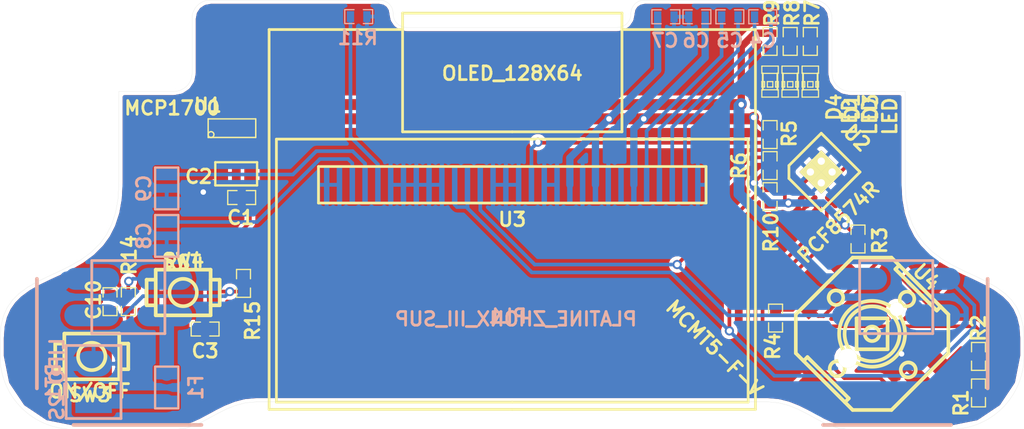
<source format=kicad_pcb>
(kicad_pcb (version 3) (host pcbnew "(2013-07-07 BZR 4022)-stable")
  (layers (15 F.Cu signal hide) (0 B.Cu signal hide))
  (net 0 "")
  (net 1 +3.3V)
  (net 2 +5V)
  (net 3 +BATT)
  (net 4 3D_A)
  (net 5 3D_B)
  (net 6 3D_C)
  (net 7 3D_D)
  (net 8 GND)
  (net 9 I2C_CLK)
  (net 10 I2C_SDA)
  (net 11 N-000001)
  (net 12 N-0000012)
  (net 13 N-0000016)
  (net 14 N-0000017)
  (net 15 N-0000018)
  (net 16 N-0000020)
  (net 17 N-0000021)
  (net 18 N-0000022)
  (net 19 N-0000023)
  (net 20 N-0000024)
  (net 21 N-0000025)
  (net 22 N-0000026)
  (net 23 N-000003)
  (net 24 N-0000033)
  (net 25 N-000004)
  (net 26 NSRST)
  (net 27 OLED_RST)
  (net 28 ON/OFF)
  (module QFN16_Termal_Pad (layer F.Cu) (at 161.9 149.4 45)
    (fp_text reference U2)
    (fp_text value PCF8574R)
    (pad 1 smd oval (at -1.55 -0.75 45) (size 0.9 0.3) (layers F.Cu Dessus.Pate Dessus.Masque) (net 1 +3.3V))
    (pad 2 smd oval (at -1.55 -0.25 45) (size 0.9 0.3) (layers F.Cu Dessus.Pate Dessus.Masque) (net 8 GND))
    (pad 3 smd oval (at -1.55 0.25 45) (size 0.9 0.3) (layers F.Cu Dessus.Pate Dessus.Masque) (net 8 GND))
    (pad 4 smd oval (at -1.55 0.75 45) (size 0.9 0.3) (layers F.Cu Dessus.Pate Dessus.Masque) (net 8 GND))
    (pad 5 smd oval (at -0.75 1.55 135) (size 0.9 0.3) (layers F.Cu Dessus.Pate Dessus.Masque) (net 7 3D_D))
    (pad 6 smd oval (at -0.25 1.55 135) (size 0.9 0.3) (layers F.Cu Dessus.Pate Dessus.Masque) (net 5 3D_B))
    (pad 7 smd oval (at 0.25 1.55 135) (size 0.9 0.3) (layers F.Cu Dessus.Pate Dessus.Masque) (net 4 3D_A))
    (pad 8 smd oval (at 0.75 1.55 135) (size 0.9 0.3) (layers F.Cu Dessus.Pate Dessus.Masque) (net 6 3D_C))
    (pad 9 smd oval (at 1.55 0.75 225) (size 0.9 0.3) (layers F.Cu Dessus.Pate Dessus.Masque) (net 8 GND))
    (pad 10 smd oval (at 1.55 0.25 225) (size 0.9 0.3) (layers F.Cu Dessus.Pate Dessus.Masque) (net 11 N-000001))
    (pad 11 smd oval (at 1.55 -0.25 225) (size 0.9 0.3) (layers F.Cu Dessus.Pate Dessus.Masque) (net 23 N-000003))
    (pad 12 smd oval (at 1.55 -0.75 225) (size 0.9 0.3) (layers F.Cu Dessus.Pate Dessus.Masque) (net 25 N-000004))
    (pad 13 smd oval (at 0.75 -1.55 315) (size 0.9 0.3) (layers F.Cu Dessus.Pate Dessus.Masque) (net 27 OLED_RST))
    (pad 14 smd oval (at 0.25 -1.55 315) (size 0.9 0.3) (layers F.Cu Dessus.Pate Dessus.Masque))
    (pad 15 smd oval (at -0.25 -1.55 315) (size 0.9 0.3) (layers F.Cu Dessus.Pate Dessus.Masque) (net 9 I2C_CLK))
    (pad 16 smd oval (at -0.75 -1.55 315) (size 0.9 0.3) (layers F.Cu Dessus.Pate Dessus.Masque) (net 10 I2C_SDA))
    (pad 17 thru_hole rect (at 0.42 -0.42 315) (size 0.85 0.85) (drill 0.4) (layers *.Cu *.Mask Dessus.Pate Dessus.SilkS) (net 8 GND))
    (pad 17 thru_hole rect (at -0.42 0.42 315) (size 0.85 0.85) (drill 0.4) (layers *.Cu *.Mask Dessus.Pate Dessus.SilkS) (net 8 GND))
    (pad 17 thru_hole rect (at -0.42 -0.42 315) (size 0.85 0.85) (drill 0.4) (layers *.Cu *.Mask Dessus.Pate Dessus.SilkS) (net 8 GND))
    (pad 17 thru_hole rect (at 0.42 0.42 315) (size 0.85 0.85) (drill 0.4) (layers *.Cu *.Mask Dessus.Pate Dessus.SilkS) (net 8 GND))
  )
  (module Navigateur_MCMT5_cms (layer F.Cu) (at 164.68 158.26 315)
    (fp_text reference U4)
    (fp_text value MCMT5-F-V)
    (pad 1 smd rect (at -4.0005 -1.39954 315) (size 1.99898 1.00076) (layers F.Cu Dessus.Pate Dessus.Masque) (net 4 3D_A))
    (pad 2 smd rect (at -4.0005 0 315) (size 1.99898 1.00076) (layers F.Cu Dessus.Pate Dessus.Masque))
    (pad 3 smd rect (at -4.0005 1.39954 315) (size 1.99898 1.00076) (layers F.Cu Dessus.Pate Dessus.Masque) (net 6 3D_C))
    (pad 4 smd rect (at 4.0005 -1.39954 315) (size 1.99898 1.00076) (layers F.Cu Dessus.Pate Dessus.Masque) (net 5 3D_B))
    (pad 5 smd rect (at 4.0005 0 315) (size 1.99898 1.00076) (layers F.Cu Dessus.Pate Dessus.Masque) (net 8 GND))
    (pad 6 smd rect (at 4.0005 1.39954 315) (size 1.99898 1.00076) (layers F.Cu Dessus.Pate Dessus.Masque) (net 7 3D_D))
    (pad 5 smd rect (at 0 -4.09956 315) (size 1.99898 1.80086) (layers F.Cu Dessus.Pate Dessus.Masque) (net 8 GND))
    (pad 5 smd rect (at 0 4.09956 315) (size 1.99898 1.80086) (layers F.Cu Dessus.Pate Dessus.Masque) (net 8 GND))
    (pad "" np_thru_hole circle (at 0 -1.89992 315) (size 0.7493 0.7493) (drill 0.7493) (layers *.Cu *.Mask Dessus.SilkS))
    (pad "" np_thru_hole circle (at 0 1.89992 315) (size 1.04902 1.04902) (drill 1.04902) (layers *.Cu *.Mask Dessus.SilkS))
  )
  (module CONN_SSD1306 (layer F.Cu) (at 145 152 180)
    (fp_text reference U3)
    (fp_text value OLED_128X64)
    (pad 1 smd rect (at -10.14984 1.89924 180) (size 0.29972 1.9) (layers B.Cu Dessous.Pate Dessous.Masque) (net 8 GND))
    (pad 2 smd rect (at -9.4488 1.89924 180) (size 0.29972 1.9) (layers B.Cu Dessous.Pate Dessous.Masque) (net 21 N-0000025))
    (pad 3 smd rect (at -8.7503 1.89924 180) (size 0.29972 1.9) (layers B.Cu Dessous.Pate Dessous.Masque) (net 18 N-0000022))
    (pad 4 smd rect (at -8.04926 1.89924 180) (size 0.29972 1.9) (layers B.Cu Dessous.Pate Dessous.Masque) (net 22 N-0000026))
    (pad 5 smd rect (at -7.34822 1.89924 180) (size 0.29972 1.9) (layers B.Cu Dessous.Pate Dessous.Masque) (net 17 N-0000021))
    (pad 6 smd rect (at -6.64972 1.89924 180) (size 0.29972 1.9) (layers B.Cu Dessous.Pate Dessous.Masque) (net 1 +3.3V))
    (pad 7 smd rect (at -5.94868 1.89924 180) (size 0.29972 1.9) (layers B.Cu Dessous.Pate Dessous.Masque))
    (pad 8 smd rect (at -5.25018 1.89924 180) (size 0.29972 1.9) (layers B.Cu Dessous.Pate Dessous.Masque) (net 8 GND))
    (pad 9 smd rect (at -4.54914 1.89924 180) (size 0.29972 1.9) (layers B.Cu Dessous.Pate Dessous.Masque) (net 1 +3.3V))
    (pad 10 smd rect (at -3.8481 1.89924 180) (size 0.29972 1.9) (layers B.Cu Dessous.Pate Dessous.Masque) (net 8 GND))
    (pad 11 smd rect (at -3.1496 1.89924 180) (size 0.29972 1.9) (layers B.Cu Dessous.Pate Dessous.Masque) (net 1 +3.3V))
    (pad 12 smd rect (at -2.44856 1.89924 180) (size 0.29972 1.9) (layers B.Cu Dessous.Pate Dessous.Masque) (net 8 GND))
    (pad 13 smd rect (at -1.75006 1.89924 180) (size 0.29972 1.9) (layers B.Cu Dessous.Pate Dessous.Masque) (net 8 GND))
    (pad 14 smd rect (at -1.04902 1.89924 180) (size 0.29972 1.9) (layers B.Cu Dessous.Pate Dessous.Masque) (net 27 OLED_RST))
    (pad 15 smd rect (at -0.34798 1.89924 180) (size 0.29972 1.9) (layers B.Cu Dessous.Pate Dessous.Masque) (net 8 GND))
    (pad 16 smd rect (at 0.35052 1.89924 180) (size 0.29972 1.9) (layers B.Cu Dessous.Pate Dessous.Masque) (net 8 GND))
    (pad 17 smd rect (at 1.05156 1.89924 180) (size 0.29972 1.9) (layers B.Cu Dessous.Pate Dessous.Masque) (net 8 GND))
    (pad 18 smd rect (at 1.75006 1.89924 180) (size 0.29972 1.9) (layers B.Cu Dessous.Pate Dessous.Masque) (net 9 I2C_CLK))
    (pad 19 smd rect (at 2.4511 1.89924 180) (size 0.29972 1.9) (layers B.Cu Dessous.Pate Dessous.Masque) (net 10 I2C_SDA))
    (pad 20 smd rect (at 3.1496 1.89924 180) (size 0.29972 1.9) (layers B.Cu Dessous.Pate Dessous.Masque) (net 10 I2C_SDA))
    (pad 21 smd rect (at 3.85064 1.89924 180) (size 0.29972 1.9) (layers B.Cu Dessous.Pate Dessous.Masque) (net 8 GND))
    (pad 22 smd rect (at 4.55168 1.89924 180) (size 0.29972 1.9) (layers B.Cu Dessous.Pate Dessous.Masque) (net 8 GND))
    (pad 23 smd rect (at 5.25018 1.89924 180) (size 0.29972 1.9) (layers B.Cu Dessous.Pate Dessous.Masque) (net 8 GND))
    (pad 24 smd rect (at 5.95122 1.89924 180) (size 0.29972 1.9) (layers B.Cu Dessous.Pate Dessous.Masque) (net 8 GND))
    (pad 25 smd rect (at 6.64972 1.89924 180) (size 0.29972 1.9) (layers B.Cu Dessous.Pate Dessous.Masque) (net 8 GND))
    (pad 26 smd rect (at 7.35076 1.89924 180) (size 0.29972 1.9) (layers B.Cu Dessous.Pate Dessous.Masque) (net 16 N-0000020))
    (pad 27 smd rect (at 8.0518 1.89924 180) (size 0.29972 1.9) (layers B.Cu Dessous.Pate Dessous.Masque) (net 19 N-0000023))
    (pad 28 smd rect (at 8.7503 1.89924 180) (size 0.29972 1.9) (layers B.Cu Dessous.Pate Dessous.Masque) (net 20 N-0000024))
    (pad 29 smd rect (at 9.45134 1.89924 180) (size 0.29972 1.9) (layers B.Cu Dessous.Pate Dessous.Masque) (net 8 GND))
    (pad 30 smd rect (at 10.14984 1.89924 180) (size 0.29972 1.9) (layers B.Cu Dessous.Pate Dessous.Masque) (net 8 GND))
  )
  (module Platine_Zhonx_III_CMS (layer B.Cu) (at 145 157.25 180)
    (fp_text reference PL1)
    (fp_text value PLATINE_ZHONX_III_SUP)
    (pad 1 smd oval (at 23 2) (size 3 1.2) (layers B.Cu Dessous.Pate Dessous.Masque) (net 8 GND))
    (pad 3 smd oval (at 23 0) (size 3 1.2) (layers B.Cu Dessous.Pate Dessous.Masque) (net 26 NSRST))
    (pad 4 smd oval (at 19 0) (size 3 1.2) (layers B.Cu Dessous.Pate Dessous.Masque) (net 3 +BATT))
    (pad 2 smd oval (at 19 2) (size 3 1.2) (layers B.Cu Dessous.Pate Dessous.Masque) (net 28 ON/OFF))
    (pad 5 smd oval (at -19 2) (size 3 1.2) (layers B.Cu Dessous.Pate Dessous.Masque) (net 2 +5V))
    (pad 7 smd oval (at -19 0) (size 3 1.2) (layers B.Cu Dessous.Pate Dessous.Masque) (net 9 I2C_CLK))
    (pad 8 smd oval (at -23 0) (size 3 1.2) (layers B.Cu Dessous.Pate Dessous.Masque) (net 8 GND))
    (pad 6 smd oval (at -23 2) (size 3 1.2) (layers B.Cu Dessous.Pate Dessous.Masque) (net 10 I2C_SDA))
  )
  (module sw_B3U (layer F.Cu) (at 127 156)
    (fp_text reference SW4)
    (fp_text value RST)
    (pad 1 smd rect (at -1.69926 0) (size 0.8001 1.69926) (layers F.Cu Dessus.Pate Dessus.Masque) (net 8 GND))
    (pad 2 smd rect (at 1.69926 0) (size 0.8001 1.69926) (layers F.Cu Dessus.Pate Dessus.Masque) (net 26 NSRST))
  )
  (module sw_B3U (layer F.Cu) (at 122 159.5)
    (fp_text reference SW3)
    (fp_text value ON/OFF)
    (pad 1 smd rect (at -1.69926 0) (size 0.8001 1.69926) (layers F.Cu Dessus.Pate Dessus.Masque) (net 8 GND))
    (pad 2 smd rect (at 1.69926 0) (size 0.8001 1.69926) (layers F.Cu Dessus.Pate Dessus.Masque) (net 24 N-0000033))
  )
  (module SOT23 (layer F.Cu) (at 129.7 147)
    (fp_text reference U1)
    (fp_text value MCP1700)
    (pad 3 smd rect (at 0 -1.09982) (size 0.8001 1.00076) (layers F.Cu Dessus.Pate Dessus.Masque) (net 2 +5V))
    (pad 2 smd rect (at 0.9525 1.09982) (size 0.8001 1.00076) (layers F.Cu Dessus.Pate Dessus.Masque) (net 1 +3.3V))
    (pad 1 smd rect (at -0.9525 1.09982) (size 0.8001 1.00076) (layers F.Cu Dessus.Pate Dessus.Masque) (net 8 GND))
  )
  (module LED-0603 (layer F.Cu) (at 161.3 144.45 270)
    (fp_text reference D3)
    (fp_text value LED)
    (pad 1 smd rect (at -0.7493 0 270) (size 0.79756 0.79756) (layers F.Cu Dessus.Pate Dessus.Masque) (net 14 N-0000017))
    (pad 2 smd rect (at 0.7493 0 270) (size 0.79756 0.79756) (layers F.Cu Dessus.Pate Dessus.Masque) (net 11 N-000001))
  )
  (module LED-0603 (layer F.Cu) (at 160.2 144.45 270)
    (fp_text reference D1)
    (fp_text value LED)
    (pad 1 smd rect (at -0.7493 0 270) (size 0.79756 0.79756) (layers F.Cu Dessus.Pate Dessus.Masque) (net 15 N-0000018))
    (pad 2 smd rect (at 0.7493 0 270) (size 0.79756 0.79756) (layers F.Cu Dessus.Pate Dessus.Masque) (net 23 N-000003))
  )
  (module LED-0603 (layer F.Cu) (at 159.1 144.45 270)
    (fp_text reference D4)
    (fp_text value LED)
    (pad 1 smd rect (at -0.7493 0 270) (size 0.79756 0.79756) (layers F.Cu Dessus.Pate Dessus.Masque) (net 13 N-0000016))
    (pad 2 smd rect (at 0.7493 0 270) (size 0.79756 0.79756) (layers F.Cu Dessus.Pate Dessus.Masque) (net 25 N-000004))
  )
  (module Lipo_Pads (layer B.Cu) (at 122.1 160.9 90)
    (fp_text reference BT1)
    (fp_text value LIPO_2S)
    (pad 1 smd rect (at -1 0 90) (size 1.4 2) (layers B.Cu Dessous.Pate Dessous.Masque) (net 12 N-0000012))
    (pad 2 smd oval (at 1 0 90) (size 1.4 2) (layers B.Cu Dessous.Pate Dessous.Masque) (net 8 GND))
  )
  (module SM0402_ZHONX (layer F.Cu) (at 159.1 149.05 90)
    (fp_text reference R6)
    (fp_text value NC hide)
    (pad 1 smd rect (at -0.44958 0 90) (size 0.39878 0.59944) (layers F.Cu Dessus.Pate Dessus.Masque) (net 1 +3.3V))
    (pad 2 smd rect (at 0.44958 0 90) (size 0.39878 0.59944) (layers F.Cu Dessus.Pate Dessus.Masque) (net 9 I2C_CLK))
  )
  (module SM0603_ZHONX (layer B.Cu) (at 126.1 161.2 90)
    (fp_text reference F1)
    (fp_text value FUSE hide)
    (pad 1 smd rect (at -0.762 0 90) (size 0.635 1.143) (layers B.Cu Dessous.Pate Dessous.Masque) (net 12 N-0000012))
    (pad 2 smd rect (at 0.762 0 90) (size 0.635 1.143) (layers B.Cu Dessous.Pate Dessous.Masque) (net 3 +BATT))
  )
  (module SM0603_ZHONX (layer B.Cu) (at 126.1 150.3 270)
    (fp_text reference C9)
    (fp_text value 4,7uF hide)
    (pad 1 smd rect (at -0.762 0 270) (size 0.635 1.143) (layers B.Cu Dessous.Pate Dessous.Masque) (net 19 N-0000023))
    (pad 2 smd rect (at 0.762 0 270) (size 0.635 1.143) (layers B.Cu Dessous.Pate Dessous.Masque) (net 8 GND))
  )
  (module SM0402_ZHONX (layer F.Cu) (at 128.2 158)
    (fp_text reference C3)
    (fp_text value 0,1uF hide)
    (pad 1 smd rect (at -0.44958 0) (size 0.39878 0.59944) (layers F.Cu Dessus.Pate Dessus.Masque) (net 8 GND))
    (pad 2 smd rect (at 0.44958 0) (size 0.39878 0.59944) (layers F.Cu Dessus.Pate Dessus.Masque) (net 26 NSRST))
  )
  (module SM0603_ZHONX (layer B.Cu) (at 126.1 152.9 270)
    (fp_text reference C8)
    (fp_text value 4,7uF hide)
    (pad 1 smd rect (at -0.762 0 270) (size 0.635 1.143) (layers B.Cu Dessous.Pate Dessous.Masque) (net 20 N-0000024))
    (pad 2 smd rect (at 0.762 0 270) (size 0.635 1.143) (layers B.Cu Dessous.Pate Dessous.Masque) (net 8 GND))
  )
  (module SM0402_ZHONX (layer B.Cu) (at 158.7 140.9 180)
    (fp_text reference C4)
    (fp_text value 1uF hide)
    (pad 1 smd rect (at -0.44958 0 180) (size 0.39878 0.59944) (layers B.Cu Dessous.Pate Dessous.Masque) (net 21 N-0000025))
    (pad 2 smd rect (at 0.44958 0 180) (size 0.39878 0.59944) (layers B.Cu Dessous.Pate Dessous.Masque) (net 18 N-0000022))
  )
  (module SM0402_ZHONX (layer B.Cu) (at 156.9 140.9 180)
    (fp_text reference C5)
    (fp_text value 1uF hide)
    (pad 1 smd rect (at -0.44958 0 180) (size 0.39878 0.59944) (layers B.Cu Dessous.Pate Dessous.Masque) (net 22 N-0000026))
    (pad 2 smd rect (at 0.44958 0 180) (size 0.39878 0.59944) (layers B.Cu Dessous.Pate Dessous.Masque) (net 17 N-0000021))
  )
  (module SM0402_ZHONX (layer B.Cu) (at 153.4 140.9 180)
    (fp_text reference C7)
    (fp_text value 1uF hide)
    (pad 1 smd rect (at -0.44958 0 180) (size 0.39878 0.59944) (layers B.Cu Dessous.Pate Dessous.Masque) (net 8 GND))
    (pad 2 smd rect (at 0.44958 0 180) (size 0.39878 0.59944) (layers B.Cu Dessous.Pate Dessous.Masque) (net 1 +3.3V))
  )
  (module SM0402_ZHONX (layer B.Cu) (at 155.1 140.9 180)
    (fp_text reference C6)
    (fp_text value 1uF hide)
    (pad 1 smd rect (at -0.44958 0 180) (size 0.39878 0.59944) (layers B.Cu Dessous.Pate Dessous.Masque) (net 1 +3.3V))
    (pad 2 smd rect (at 0.44958 0 180) (size 0.39878 0.59944) (layers B.Cu Dessous.Pate Dessous.Masque) (net 8 GND))
  )
  (module SM0402_ZHONX (layer F.Cu) (at 123 156.5 90)
    (fp_text reference C10)
    (fp_text value 0,1uF hide)
    (pad 1 smd rect (at -0.44958 0 90) (size 0.39878 0.59944) (layers F.Cu Dessus.Pate Dessus.Masque) (net 8 GND))
    (pad 2 smd rect (at 0.44958 0 90) (size 0.39878 0.59944) (layers F.Cu Dessus.Pate Dessus.Masque) (net 28 ON/OFF))
  )
  (module SM0402_ZHONX (layer F.Cu) (at 130.2 150.8 180)
    (fp_text reference C1)
    (fp_text value 0,1uF hide)
    (pad 1 smd rect (at -0.44958 0 180) (size 0.39878 0.59944) (layers F.Cu Dessus.Pate Dessus.Masque) (net 1 +3.3V))
    (pad 2 smd rect (at 0.44958 0 180) (size 0.39878 0.59944) (layers F.Cu Dessus.Pate Dessus.Masque) (net 8 GND))
  )
  (module SM0603_ZHONX (layer F.Cu) (at 129.9 149.5 180)
    (fp_text reference C2)
    (fp_text value 10uF hide)
    (pad 1 smd rect (at -0.762 0 180) (size 0.635 1.143) (layers F.Cu Dessus.Pate Dessus.Masque) (net 1 +3.3V))
    (pad 2 smd rect (at 0.762 0 180) (size 0.635 1.143) (layers F.Cu Dessus.Pate Dessus.Masque) (net 8 GND))
  )
  (module SM0402_ZHONX (layer F.Cu) (at 159.1 147.35 270)
    (fp_text reference R5)
    (fp_text value 47K hide)
    (pad 1 smd rect (at -0.44958 0 270) (size 0.39878 0.59944) (layers F.Cu Dessus.Pate Dessus.Masque) (net 1 +3.3V))
    (pad 2 smd rect (at 0.44958 0 270) (size 0.39878 0.59944) (layers F.Cu Dessus.Pate Dessus.Masque) (net 27 OLED_RST))
  )
  (module SM0402_ZHONX (layer F.Cu) (at 170.5 159.5 90)
    (fp_text reference R2)
    (fp_text value 47K hide)
    (pad 1 smd rect (at -0.44958 0 90) (size 0.39878 0.59944) (layers F.Cu Dessus.Pate Dessus.Masque) (net 1 +3.3V))
    (pad 2 smd rect (at 0.44958 0 90) (size 0.39878 0.59944) (layers F.Cu Dessus.Pate Dessus.Masque) (net 5 3D_B))
  )
  (module SM0402_ZHONX (layer F.Cu) (at 163.91 153.07 270)
    (fp_text reference R3)
    (fp_text value 47K hide)
    (pad 1 smd rect (at -0.44958 0 270) (size 0.39878 0.59944) (layers F.Cu Dessus.Pate Dessus.Masque) (net 1 +3.3V))
    (pad 2 smd rect (at 0.44958 0 270) (size 0.39878 0.59944) (layers F.Cu Dessus.Pate Dessus.Masque) (net 4 3D_A))
  )
  (module SM0402_ZHONX (layer F.Cu) (at 130.3 155.5 270)
    (fp_text reference R15)
    (fp_text value 100K hide)
    (pad 1 smd rect (at -0.44958 0 270) (size 0.39878 0.59944) (layers F.Cu Dessus.Pate Dessus.Masque) (net 1 +3.3V))
    (pad 2 smd rect (at 0.44958 0 270) (size 0.39878 0.59944) (layers F.Cu Dessus.Pate Dessus.Masque) (net 26 NSRST))
  )
  (module SM0402_ZHONX (layer F.Cu) (at 159.4 157.4 90)
    (fp_text reference R4)
    (fp_text value 47K hide)
    (pad 1 smd rect (at -0.44958 0 90) (size 0.39878 0.59944) (layers F.Cu Dessus.Pate Dessus.Masque) (net 1 +3.3V))
    (pad 2 smd rect (at 0.44958 0 90) (size 0.39878 0.59944) (layers F.Cu Dessus.Pate Dessus.Masque) (net 6 3D_C))
  )
  (module SM0402_ZHONX (layer F.Cu) (at 159.1 150.75 90)
    (fp_text reference R10)
    (fp_text value NC hide)
    (pad 1 smd rect (at -0.44958 0 90) (size 0.39878 0.59944) (layers F.Cu Dessus.Pate Dessus.Masque) (net 1 +3.3V))
    (pad 2 smd rect (at 0.44958 0 90) (size 0.39878 0.59944) (layers F.Cu Dessus.Pate Dessus.Masque) (net 10 I2C_SDA))
  )
  (module SM0402_ZHONX (layer F.Cu) (at 159.1 142.25 90)
    (fp_text reference R9)
    (fp_text value 820 hide)
    (pad 1 smd rect (at -0.44958 0 90) (size 0.39878 0.59944) (layers F.Cu Dessus.Pate Dessus.Masque) (net 13 N-0000016))
    (pad 2 smd rect (at 0.44958 0 90) (size 0.39878 0.59944) (layers F.Cu Dessus.Pate Dessus.Masque) (net 2 +5V))
  )
  (module SM0402_ZHONX (layer F.Cu) (at 160.2 142.25 90)
    (fp_text reference R8)
    (fp_text value 820 hide)
    (pad 1 smd rect (at -0.44958 0 90) (size 0.39878 0.59944) (layers F.Cu Dessus.Pate Dessus.Masque) (net 15 N-0000018))
    (pad 2 smd rect (at 0.44958 0 90) (size 0.39878 0.59944) (layers F.Cu Dessus.Pate Dessus.Masque) (net 2 +5V))
  )
  (module SM0402_ZHONX (layer F.Cu) (at 161.3 142.25 90)
    (fp_text reference R7)
    (fp_text value 820 hide)
    (pad 1 smd rect (at -0.44958 0 90) (size 0.39878 0.59944) (layers F.Cu Dessus.Pate Dessus.Masque) (net 14 N-0000017))
    (pad 2 smd rect (at 0.44958 0 90) (size 0.39878 0.59944) (layers F.Cu Dessus.Pate Dessus.Masque) (net 2 +5V))
  )
  (module SM0402_ZHONX (layer F.Cu) (at 124 156.5 90)
    (fp_text reference R14)
    (fp_text value 5,1K hide)
    (pad 1 smd rect (at -0.44958 0 90) (size 0.39878 0.59944) (layers F.Cu Dessus.Pate Dessus.Masque) (net 24 N-0000033))
    (pad 2 smd rect (at 0.44958 0 90) (size 0.39878 0.59944) (layers F.Cu Dessus.Pate Dessus.Masque) (net 28 ON/OFF))
  )
  (module SM0402_ZHONX (layer B.Cu) (at 136.6 140.89)
    (fp_text reference R11)
    (fp_text value 390K hide)
    (pad 1 smd rect (at -0.44958 0) (size 0.39878 0.59944) (layers B.Cu Dessous.Pate Dessous.Masque) (net 16 N-0000020))
    (pad 2 smd rect (at 0.44958 0) (size 0.39878 0.59944) (layers B.Cu Dessous.Pate Dessous.Masque) (net 8 GND))
  )
  (module SM0402_ZHONX (layer F.Cu) (at 170.5 161.5 270)
    (fp_text reference R1)
    (fp_text value 47K hide)
    (pad 1 smd rect (at -0.44958 0 270) (size 0.39878 0.59944) (layers F.Cu Dessus.Pate Dessus.Masque) (net 1 +3.3V))
    (pad 2 smd rect (at 0.44958 0 270) (size 0.39878 0.59944) (layers F.Cu Dessus.Pate Dessus.Masque) (net 7 3D_D))
  )
  (segment (start 163.91 152.62042) (end 163.52042 152.62042) (width 0.2) (layer F.Cu) (net 1))
  (segment (start 163.52042 152.62042) (end 163.2 152.3) (width 0.2) (layer F.Cu) (net 1))
  (segment (start 158.69 157.65) (end 158.69 156.68) (width 0.2) (layer F.Cu) (net 1))
  (segment (start 163.07 152.3) (end 163.2 152.3) (width 0.2) (layer F.Cu) (net 1))
  (segment (start 158.69 156.68) (end 163.07 152.3) (width 0.2) (layer F.Cu) (net 1))
  (segment (start 170.5 161.05042) (end 170.5 159.94958) (width 0.2) (layer F.Cu) (net 1))
  (segment (start 159.4 157.84958) (end 170.31958 157.84958) (width 0.2) (layer F.Cu) (net 1))
  (segment (start 171.01042 159.94958) (end 170.5 159.94958) (width 0.2) (layer F.Cu) (net 1))
  (segment (start 171.18 159.78) (end 171.01042 159.94958) (width 0.2) (layer F.Cu) (net 1))
  (segment (start 171.18 158.71) (end 171.18 159.78) (width 0.2) (layer F.Cu) (net 1))
  (segment (start 170.31958 157.84958) (end 171.18 158.71) (width 0.2) (layer F.Cu) (net 1))
  (segment (start 159.1 146.90042) (end 158.69042 146.90042) (width 0.2) (layer F.Cu) (net 1))
  (segment (start 158.69042 146.90042) (end 158.2 146.41) (width 0.2) (layer F.Cu) (net 1))
  (segment (start 158.2 150) (end 158.70042 149.49958) (width 0.2) (layer F.Cu) (net 1))
  (via (at 158.2 150) (size 0.5) (layers F.Cu B.Cu) (net 1))
  (segment (start 158.70042 149.49958) (end 159.1 149.49958) (width 0.2) (layer F.Cu) (net 1))
  (segment (start 159.1 151.19958) (end 159.64042 151.19958) (width 0.2) (layer F.Cu) (net 1))
  (segment (start 159.64042 151.19958) (end 159.92 150.92) (width 0.2) (layer F.Cu) (net 1))
  (segment (start 160.1 151.1) (end 159.92 150.92) (width 0.2) (layer F.Cu) (net 1))
  (segment (start 159.92 150.92) (end 159.91 150.91) (width 0.2) (layer F.Cu) (net 1))
  (segment (start 159.91 150.329339) (end 160.273654 149.965685) (width 0.2) (layer F.Cu) (net 1))
  (segment (start 159.91 150.91) (end 159.91 150.329339) (width 0.2) (layer F.Cu) (net 1))
  (segment (start 160.55 151.15) (end 160.6 151.1) (width 0.2) (layer B.Cu) (net 1))
  (segment (start 160.1 151.1) (end 160.55 151.15) (width 0.2) (layer B.Cu) (net 1))
  (via (at 160.1 151.1) (size 0.5) (layers F.Cu B.Cu) (net 1))
  (segment (start 148.1496 150.10076) (end 148.1496 148.6304) (width 0.4) (layer B.Cu) (net 1))
  (segment (start 148.1496 148.6304) (end 150.29 146.49) (width 0.4) (layer B.Cu) (net 1))
  (segment (start 149.54914 150.10076) (end 149.54914 147.23086) (width 0.4) (layer B.Cu) (net 1))
  (segment (start 151.64972 150.10076) (end 151.64972 147.03028) (width 0.4) (layer B.Cu) (net 1))
  (segment (start 151.64972 147.03028) (end 152.19 146.49) (width 0.4) (layer B.Cu) (net 1))
  (segment (start 149.54914 147.23086) (end 150.29 146.49) (width 0.4) (layer B.Cu) (net 1))
  (segment (start 158.69 157.65) (end 158.88958 157.84958) (width 0.2) (layer F.Cu) (net 1))
  (segment (start 158.88958 157.84958) (end 159.4 157.84958) (width 0.2) (layer F.Cu) (net 1))
  (segment (start 158.2 150) (end 158.2 146.41) (width 0.4) (layer B.Cu) (net 1))
  (via (at 158.2 146.41) (size 0.5) (layers F.Cu B.Cu) (net 1))
  (segment (start 130.3 155.05042) (end 130.3 152.51) (width 0.2) (layer F.Cu) (net 1))
  (segment (start 130.64958 152.16042) (end 130.64958 150.8) (width 0.2) (layer F.Cu) (net 1))
  (segment (start 130.3 152.51) (end 130.64958 152.16042) (width 0.2) (layer F.Cu) (net 1))
  (segment (start 152.19 146.49) (end 155.54958 143.13042) (width 0.4) (layer B.Cu) (net 1))
  (segment (start 155.54958 143.13042) (end 155.54958 140.9) (width 0.4) (layer B.Cu) (net 1))
  (via (at 152.19 146.49) (size 0.5) (layers F.Cu B.Cu) (net 1))
  (segment (start 152.19 146.49) (end 158.12 146.49) (width 0.6) (layer F.Cu) (net 1))
  (segment (start 158.12 146.49) (end 158.2 146.41) (width 0.6) (layer F.Cu) (net 1))
  (segment (start 150.29 146.49) (end 152.19 146.49) (width 0.6) (layer F.Cu) (net 1))
  (segment (start 150.29 146.49) (end 152.95042 143.82958) (width 0.4) (layer B.Cu) (net 1))
  (segment (start 152.95042 143.82958) (end 152.95042 140.9) (width 0.4) (layer B.Cu) (net 1))
  (segment (start 133.03018 148.09982) (end 134.64 146.49) (width 0.6) (layer F.Cu) (net 1))
  (segment (start 133.03018 148.09982) (end 130.6525 148.09982) (width 0.6) (layer F.Cu) (net 1))
  (segment (start 134.64 146.49) (end 150.29 146.49) (width 0.6) (layer F.Cu) (net 1))
  (via (at 150.29 146.49) (size 0.5) (layers F.Cu B.Cu) (net 1))
  (segment (start 152.95042 140.9) (end 152.95042 143.81958) (width 0.2) (layer B.Cu) (net 1))
  (segment (start 149.54914 147.22086) (end 152.95042 143.81958) (width 0.2) (layer B.Cu) (net 1))
  (segment (start 130.662 149.5) (end 130.662 148.10932) (width 0.6) (layer F.Cu) (net 1))
  (segment (start 130.662 148.10932) (end 130.6525 148.09982) (width 0.6) (layer F.Cu) (net 1))
  (segment (start 130.64958 150.8) (end 130.64958 149.51242) (width 0.6) (layer F.Cu) (net 1))
  (segment (start 130.64958 149.51242) (end 130.662 149.5) (width 0.6) (layer F.Cu) (net 1))
  (via (at 163.2 152.3) (size 0.5) (layers F.Cu B.Cu) (net 1))
  (segment (start 162 151.1) (end 160.6 151.1) (width 0.4) (layer B.Cu) (net 1))
  (segment (start 163.2 152.3) (end 162 151.1) (width 0.4) (layer B.Cu) (net 1))
  (segment (start 160.6 151.1) (end 159.8 151.1) (width 0.4) (layer B.Cu) (net 1))
  (segment (start 159.8 151.1) (end 159.1 151.1) (width 0.4) (layer B.Cu) (net 1))
  (segment (start 158.2 150.2) (end 158.2 150) (width 0.4) (layer B.Cu) (net 1))
  (segment (start 159.1 151.1) (end 158.2 150.2) (width 0.4) (layer B.Cu) (net 1))
  (segment (start 160.2 141.80042) (end 161.3 141.80042) (width 0.4) (layer F.Cu) (net 2))
  (segment (start 159.1 141.80042) (end 160.2 141.80042) (width 0.4) (layer F.Cu) (net 2))
  (segment (start 157.525 142.55) (end 158.27458 141.80042) (width 0.4) (layer F.Cu) (net 2))
  (segment (start 157.525 145.7083) (end 157.525 142.55) (width 0.4) (layer F.Cu) (net 2))
  (segment (start 158.27458 141.80042) (end 159.1 141.80042) (width 0.4) (layer F.Cu) (net 2))
  (segment (start 157.525 145.7083) (end 129.89188 145.7083) (width 0.6) (layer F.Cu) (net 2))
  (segment (start 129.89188 145.7083) (end 129.7 145.90018) (width 0.6) (layer F.Cu) (net 2))
  (segment (start 164 155.25) (end 162.05 155.25) (width 0.6) (layer B.Cu) (net 2))
  (segment (start 157.4 145.775002) (end 157.525 145.650002) (width 0.6) (layer B.Cu) (net 2))
  (segment (start 157.4 150.6) (end 157.4 145.775002) (width 0.6) (layer B.Cu) (net 2))
  (segment (start 162.05 155.25) (end 157.4 150.6) (width 0.6) (layer B.Cu) (net 2))
  (segment (start 157.525 145.650002) (end 157.525 145.7083) (width 0.4) (layer B.Cu) (net 2))
  (segment (start 129.89188 145.7083) (end 129.7 145.90018) (width 0.2) (layer F.Cu) (net 2))
  (via (at 157.525 145.7083) (size 0.5) (layers F.Cu B.Cu) (net 2))
  (segment (start 126.1 160.438) (end 126.1 157.35) (width 0.8) (layer B.Cu) (net 3))
  (segment (start 126.1 157.35) (end 126 157.25) (width 0.8) (layer B.Cu) (net 3))
  (segment (start 162.840844 154.441595) (end 162.840844 153.989156) (width 0.2) (layer F.Cu) (net 4))
  (segment (start 163.31042 153.51958) (end 163.91 153.51958) (width 0.2) (layer F.Cu) (net 4))
  (segment (start 162.840844 153.989156) (end 163.31042 153.51958) (width 0.2) (layer F.Cu) (net 4))
  (segment (start 163.172792 150.319239) (end 164.54 151.686447) (width 0.2) (layer F.Cu) (net 4))
  (segment (start 164.39042 153.51958) (end 163.91 153.51958) (width 0.2) (layer F.Cu) (net 4))
  (segment (start 164.54 153.37) (end 164.39042 153.51958) (width 0.2) (layer F.Cu) (net 4))
  (segment (start 164.54 151.686447) (end 164.54 153.37) (width 0.2) (layer F.Cu) (net 4))
  (segment (start 170.5 159.05042) (end 169.547141 159.05042) (width 0.2) (layer F.Cu) (net 5))
  (segment (start 169.547141 159.05042) (end 168.498405 160.099156) (width 0.2) (layer F.Cu) (net 5))
  (segment (start 168.498405 160.099156) (end 166.699249 158.3) (width 0.2) (layer F.Cu) (net 5))
  (segment (start 158.3 156.47) (end 158.3 157.8) (width 0.2) (layer F.Cu) (net 5))
  (segment (start 163.19 151.58) (end 158.3 156.47) (width 0.2) (layer F.Cu) (net 5))
  (segment (start 163.19 151.043553) (end 163.19 151.58) (width 0.2) (layer F.Cu) (net 5))
  (segment (start 158.8 158.3) (end 158.3 157.8) (width 0.2) (layer F.Cu) (net 5))
  (segment (start 163.19 151.043553) (end 162.819239 150.672792) (width 0.2) (layer F.Cu) (net 5))
  (segment (start 166.699249 158.3) (end 158.8 158.3) (width 0.2) (layer F.Cu) (net 5))
  (segment (start 160.861595 156.420844) (end 161.730751 157.29) (width 0.2) (layer F.Cu) (net 6))
  (segment (start 164.9 151.339339) (end 163.526346 149.965685) (width 0.2) (layer F.Cu) (net 6))
  (segment (start 164.9 154.42) (end 164.9 151.339339) (width 0.2) (layer F.Cu) (net 6))
  (segment (start 162.03 157.29) (end 164.9 154.42) (width 0.2) (layer F.Cu) (net 6))
  (segment (start 161.730751 157.29) (end 162.03 157.29) (width 0.2) (layer F.Cu) (net 6))
  (segment (start 159.4 156.95042) (end 160.332019 156.95042) (width 0.2) (layer F.Cu) (net 6))
  (segment (start 160.332019 156.95042) (end 160.861595 156.420844) (width 0.2) (layer F.Cu) (net 6))
  (segment (start 161.520751 156.8) (end 161.76 156.8) (width 0.2) (layer F.Cu) (net 6))
  (segment (start 166.519156 162.078405) (end 166.920751 162.48) (width 0.2) (layer F.Cu) (net 7))
  (segment (start 169.29 162.48) (end 169.82042 161.94958) (width 0.2) (layer F.Cu) (net 7))
  (segment (start 166.920751 162.48) (end 169.29 162.48) (width 0.2) (layer F.Cu) (net 7))
  (segment (start 169.82042 161.94958) (end 170.5 161.94958) (width 0.2) (layer F.Cu) (net 7))
  (segment (start 166.519156 162.078405) (end 165.130751 160.69) (width 0.2) (layer F.Cu) (net 7))
  (segment (start 163.16 160.69) (end 161.24 158.77) (width 0.2) (layer F.Cu) (net 7))
  (segment (start 165.130751 160.69) (end 163.16 160.69) (width 0.2) (layer F.Cu) (net 7))
  (segment (start 162.465685 151.026346) (end 162.2 151.292031) (width 0.2) (layer F.Cu) (net 7))
  (segment (start 158.67 158.77) (end 161.24 158.77) (width 0.2) (layer F.Cu) (net 7))
  (segment (start 157.9 158) (end 158.67 158.77) (width 0.2) (layer F.Cu) (net 7))
  (segment (start 157.9 156.25) (end 157.9 158) (width 0.2) (layer F.Cu) (net 7))
  (segment (start 162.2 151.292031) (end 162.2 151.95) (width 0.2) (layer F.Cu) (net 7))
  (segment (start 162.2 151.95) (end 157.9 156.25) (width 0.2) (layer F.Cu) (net 7))
  (segment (start 167.508781 161.088781) (end 166.2926 159.8726) (width 0.2) (layer F.Cu) (net 8))
  (segment (start 166.2926 159.8726) (end 166.2926 159.3606) (width 0.2) (layer F.Cu) (net 8))
  (segment (start 167.828781 161.128781) (end 167.828781 161.128681) (width 0.2) (layer F.Cu) (net 8))
  (segment (start 166.2926 159.3606) (end 166.8644 159.3606) (width 0.2) (layer B.Cu) (net 8))
  (segment (start 168 158.225) (end 168 157.25) (width 0.2) (layer B.Cu) (net 8))
  (segment (start 166.8644 159.3606) (end 168 158.225) (width 0.2) (layer B.Cu) (net 8))
  (via (at 166.2926 159.3606) (size 0.5) (layers F.Cu B.Cu) (net 8))
  (segment (start 166.2926 159.3606) (end 166.3451 159.4131) (width 0.2) (layer F.Cu) (net 8))
  (segment (start 162.101173 161.198827) (end 160.312346 159.41) (width 0.2) (layer F.Cu) (net 8))
  (segment (start 157.45 154.910661) (end 161.334315 151.026346) (width 0.2) (layer F.Cu) (net 8))
  (segment (start 157.45 158.31) (end 157.45 154.910661) (width 0.2) (layer F.Cu) (net 8))
  (segment (start 158.55 159.41) (end 157.45 158.31) (width 0.2) (layer F.Cu) (net 8))
  (segment (start 160.312346 159.41) (end 158.55 159.41) (width 0.2) (layer F.Cu) (net 8))
  (segment (start 167.898827 155.401173) (end 165.79 153.292346) (width 0.2) (layer F.Cu) (net 8))
  (segment (start 165.79 151.097969) (end 163.526346 148.834315) (width 0.2) (layer F.Cu) (net 8))
  (segment (start 165.79 153.292346) (end 165.79 151.097969) (width 0.2) (layer F.Cu) (net 8))
  (segment (start 137.04958 140.89) (end 137.04958 147.44958) (width 0.2) (layer B.Cu) (net 8))
  (segment (start 138.35028 148.75028) (end 138.35028 150.10076) (width 0.2) (layer B.Cu) (net 8))
  (segment (start 137.04958 147.44958) (end 138.35028 148.75028) (width 0.2) (layer B.Cu) (net 8))
  (segment (start 122 155.25) (end 122 154.27) (width 0.2) (layer B.Cu) (net 8))
  (segment (start 122.97 153.3) (end 124.7 153.3) (width 0.2) (layer B.Cu) (net 8))
  (segment (start 122 154.27) (end 122.97 153.3) (width 0.2) (layer B.Cu) (net 8))
  (segment (start 141.14936 150.10076) (end 141.14936 148.80064) (width 0.2) (layer B.Cu) (net 8))
  (segment (start 143.94844 148.81844) (end 143.94844 150.10076) (width 0.2) (layer B.Cu) (net 8))
  (segment (start 143.53 148.4) (end 143.94844 148.81844) (width 0.2) (layer B.Cu) (net 8))
  (segment (start 141.55 148.4) (end 143.53 148.4) (width 0.2) (layer B.Cu) (net 8))
  (segment (start 141.14936 148.80064) (end 141.55 148.4) (width 0.2) (layer B.Cu) (net 8))
  (segment (start 150.25018 150.10076) (end 150.25018 151.9601) (width 0.2) (layer B.Cu) (net 8))
  (segment (start 155.14984 150.10076) (end 155.14984 151.9601) (width 0.2) (layer B.Cu) (net 8))
  (segment (start 148.8481 150.10076) (end 148.8481 151.9601) (width 0.2) (layer B.Cu) (net 8))
  (segment (start 147.44856 150.10076) (end 147.44856 151.9601) (width 0.2) (layer B.Cu) (net 8))
  (segment (start 146.75006 150.10076) (end 146.75006 151.9601) (width 0.2) (layer B.Cu) (net 8))
  (segment (start 145.34798 150.10076) (end 145.34798 151.9601) (width 0.2) (layer B.Cu) (net 8))
  (segment (start 144.64948 150.10076) (end 144.64948 151.9601) (width 0.2) (layer B.Cu) (net 8))
  (segment (start 143.94844 150.10076) (end 143.94844 151.37844) (width 0.2) (layer B.Cu) (net 8))
  (segment (start 144.64948 151.9601) (end 144.5301 151.9601) (width 0.6) (layer B.Cu) (net 8))
  (segment (start 143.94844 151.37844) (end 144.5301 151.9601) (width 0.2) (layer B.Cu) (net 8))
  (segment (start 156.3 145.77782) (end 156.3 150.91) (width 0.6) (layer B.Cu) (net 8))
  (segment (start 155.2499 151.9601) (end 155.14984 151.9601) (width 0.6) (layer B.Cu) (net 8))
  (segment (start 155.14984 151.9601) (end 150.25018 151.9601) (width 0.6) (layer B.Cu) (net 8))
  (segment (start 150.25018 151.9601) (end 148.8481 151.9601) (width 0.6) (layer B.Cu) (net 8))
  (segment (start 148.8481 151.9601) (end 147.44856 151.9601) (width 0.6) (layer B.Cu) (net 8))
  (segment (start 147.44856 151.9601) (end 146.75006 151.9601) (width 0.6) (layer B.Cu) (net 8))
  (segment (start 146.75006 151.9601) (end 145.34798 151.9601) (width 0.6) (layer B.Cu) (net 8))
  (segment (start 145.34798 151.9601) (end 144.64948 151.9601) (width 0.6) (layer B.Cu) (net 8))
  (segment (start 156.3 150.91) (end 155.2499 151.9601) (width 0.6) (layer B.Cu) (net 8))
  (segment (start 150.25018 150.10076) (end 150.25018 147.64982) (width 0.2) (layer B.Cu) (net 8))
  (segment (start 150.25018 147.64982) (end 153.84958 144.05042) (width 0.2) (layer B.Cu) (net 8))
  (segment (start 153.84958 144.05042) (end 153.84958 140.9) (width 0.2) (layer B.Cu) (net 8))
  (segment (start 141.14936 150.10076) (end 141.14936 151.9601) (width 0.2) (layer B.Cu) (net 8))
  (segment (start 140.44832 151.9601) (end 141.14936 151.9601) (width 0.6) (layer B.Cu) (net 8))
  (segment (start 140.44832 150.10076) (end 140.44832 151.9601) (width 0.2) (layer B.Cu) (net 8))
  (segment (start 139.74982 150.10076) (end 139.74982 151.9601) (width 0.2) (layer B.Cu) (net 8))
  (segment (start 139.04878 150.10076) (end 139.04878 151.9601) (width 0.2) (layer B.Cu) (net 8))
  (segment (start 138.35028 150.10076) (end 138.35028 151.9601) (width 0.2) (layer B.Cu) (net 8))
  (segment (start 135.54866 150.10076) (end 135.54866 151.9601) (width 0.2) (layer B.Cu) (net 8))
  (segment (start 134.85016 150.10076) (end 134.85016 151.9601) (width 0.2) (layer B.Cu) (net 8))
  (segment (start 133.2401 151.9601) (end 134.85016 151.9601) (width 0.6) (layer B.Cu) (net 8))
  (segment (start 134.85016 151.9601) (end 135.54866 151.9601) (width 0.6) (layer B.Cu) (net 8))
  (segment (start 135.54866 151.9601) (end 138.35028 151.9601) (width 0.6) (layer B.Cu) (net 8))
  (segment (start 138.35028 151.9601) (end 139.04878 151.9601) (width 0.6) (layer B.Cu) (net 8))
  (segment (start 139.04878 151.9601) (end 139.74982 151.9601) (width 0.6) (layer B.Cu) (net 8))
  (segment (start 139.74982 151.9601) (end 140.44832 151.9601) (width 0.6) (layer B.Cu) (net 8))
  (segment (start 156.3 145.77782) (end 157.27782 144.8) (width 0.6) (layer B.Cu) (net 8))
  (segment (start 157.89397 144.8) (end 157.27782 144.8) (width 0.6) (layer B.Cu) (net 8))
  (segment (start 157.89397 144.8) (end 161.9 148.80603) (width 0.6) (layer B.Cu) (net 8))
  (segment (start 127.75042 158) (end 125.9 158) (width 0.2) (layer F.Cu) (net 8))
  (segment (start 125.30074 157.40074) (end 125.30074 156) (width 0.2) (layer F.Cu) (net 8))
  (segment (start 125.9 158) (end 125.30074 157.40074) (width 0.2) (layer F.Cu) (net 8))
  (segment (start 125.30074 156) (end 125.30074 154.70074) (width 0.2) (layer F.Cu) (net 8))
  (segment (start 125.30074 154.70074) (end 124.2 153.6) (width 0.2) (layer F.Cu) (net 8))
  (segment (start 123 156.94958) (end 122.54958 156.94958) (width 0.2) (layer F.Cu) (net 8))
  (segment (start 127.3 150.5) (end 128.1 150.5) (width 0.2) (layer F.Cu) (net 8))
  (segment (start 122.3 155.5) (end 124.2 153.6) (width 0.2) (layer F.Cu) (net 8))
  (segment (start 124.2 153.6) (end 127.3 150.5) (width 0.2) (layer F.Cu) (net 8))
  (segment (start 122.3 156.7) (end 122.3 155.5) (width 0.2) (layer F.Cu) (net 8))
  (segment (start 122.54958 156.94958) (end 122.3 156.7) (width 0.2) (layer F.Cu) (net 8))
  (segment (start 123 156.94958) (end 123 157.9) (width 0.2) (layer F.Cu) (net 8))
  (segment (start 121.4 159.5) (end 120.30074 159.5) (width 0.2) (layer F.Cu) (net 8))
  (segment (start 123 157.9) (end 121.4 159.5) (width 0.2) (layer F.Cu) (net 8))
  (segment (start 162.49397 149.4) (end 166 152.90603) (width 0.6) (layer B.Cu) (net 8))
  (segment (start 166 152.90603) (end 166 155.5) (width 0.6) (layer B.Cu) (net 8))
  (segment (start 133.2401 151.9601) (end 131.5382 153.662) (width 0.6) (layer B.Cu) (net 8))
  (segment (start 131.5382 153.662) (end 126.1 153.662) (width 0.6) (layer B.Cu) (net 8))
  (segment (start 126.1 153.662) (end 125.062 153.662) (width 0.6) (layer B.Cu) (net 8))
  (segment (start 125.062 153.662) (end 124.7 153.3) (width 0.6) (layer B.Cu) (net 8))
  (segment (start 124.7 153.3) (end 124.7 151.562) (width 0.6) (layer B.Cu) (net 8))
  (segment (start 125.2 151.062) (end 126.1 151.062) (width 0.6) (layer B.Cu) (net 8))
  (segment (start 124.7 151.562) (end 125.2 151.062) (width 0.6) (layer B.Cu) (net 8))
  (segment (start 126.1 151.062) (end 127.538 151.062) (width 0.6) (layer B.Cu) (net 8))
  (segment (start 127.538 151.062) (end 128.1 150.5) (width 0.6) (layer B.Cu) (net 8))
  (via (at 128.1 150.5) (size 0.5) (layers F.Cu B.Cu) (net 8))
  (segment (start 128.1 150.5) (end 128.1 149.5) (width 0.6) (layer F.Cu) (net 8))
  (segment (start 129.75042 150.8) (end 128.4 150.8) (width 0.6) (layer F.Cu) (net 8))
  (segment (start 128.4 150.8) (end 128.1 150.5) (width 0.6) (layer F.Cu) (net 8))
  (segment (start 128.1 150.5) (end 128.1 149.5) (width 0.6) (layer F.Cu) (net 8))
  (segment (start 128.7475 148.09982) (end 127.80018 148.09982) (width 0.6) (layer F.Cu) (net 8))
  (segment (start 128.1 149.5) (end 129.138 149.5) (width 0.6) (layer F.Cu) (net 8))
  (segment (start 127.5 148.9) (end 128.1 149.5) (width 0.6) (layer F.Cu) (net 8))
  (segment (start 127.5 148.4) (end 127.5 148.9) (width 0.6) (layer F.Cu) (net 8))
  (segment (start 127.80018 148.09982) (end 127.5 148.4) (width 0.6) (layer F.Cu) (net 8))
  (segment (start 168 157.25) (end 167.75 157.25) (width 0.4) (layer B.Cu) (net 8))
  (segment (start 167.75 157.25) (end 166 155.5) (width 0.4) (layer B.Cu) (net 8))
  (segment (start 166 155.5) (end 166 154.09397) (width 0.4) (layer B.Cu) (net 8))
  (segment (start 122.1 159.9) (end 120.4 159.9) (width 0.8) (layer B.Cu) (net 8))
  (segment (start 120.4 159.9) (end 119.4 158.9) (width 0.8) (layer B.Cu) (net 8))
  (segment (start 119.4 158.9) (end 119.4 156.5) (width 0.8) (layer B.Cu) (net 8))
  (segment (start 119.4 156.5) (end 120.65 155.25) (width 0.8) (layer B.Cu) (net 8))
  (segment (start 120.65 155.25) (end 122 155.25) (width 0.8) (layer B.Cu) (net 8))
  (segment (start 153.84958 140.9) (end 154.65042 140.9) (width 0.2) (layer B.Cu) (net 8))
  (segment (start 161.334315 151.026346) (end 160.980761 150.672792) (width 0.2) (layer F.Cu) (net 8))
  (segment (start 160.980761 150.672792) (end 161.002208 150.672792) (width 0.2) (layer F.Cu) (net 8))
  (segment (start 161.002208 150.672792) (end 160.648655 150.319239) (width 0.2) (layer F.Cu) (net 8))
  (segment (start 160.648655 150.319239) (end 160.627208 150.319239) (width 0.2) (layer F.Cu) (net 8))
  (segment (start 161.30603 149.4) (end 161.9 149.99397) (width 0.2) (layer F.Cu) (net 8))
  (segment (start 161.9 148.80603) (end 162.49397 149.4) (width 0.2) (layer F.Cu) (net 8))
  (segment (start 161.9 149.99397) (end 162.49397 149.4) (width 0.2) (layer F.Cu) (net 8))
  (segment (start 161.30603 149.4) (end 161.9 148.80603) (width 0.2) (layer F.Cu) (net 8))
  (segment (start 160.627208 150.319239) (end 161.30603 149.640417) (width 0.2) (layer F.Cu) (net 8))
  (segment (start 161.30603 149.640417) (end 161.30603 149.4) (width 0.2) (layer F.Cu) (net 8))
  (segment (start 163.526346 148.834315) (end 162.960661 149.4) (width 0.2) (layer F.Cu) (net 8))
  (segment (start 162.960661 149.4) (end 162.49397 149.4) (width 0.2) (layer F.Cu) (net 8))
  (segment (start 154.017511 154.467511) (end 156.02 152.465022) (width 0.2) (layer F.Cu) (net 9))
  (segment (start 156.02 152.465022) (end 156.02 150.61042) (width 0.2) (layer F.Cu) (net 9))
  (via (at 154.017511 154.467511) (size 0.5) (layers F.Cu B.Cu) (net 9))
  (segment (start 159.1 148.60042) (end 158.03 148.60042) (width 0.2) (layer F.Cu) (net 9))
  (segment (start 158.03 148.60042) (end 156.02 150.61042) (width 0.2) (layer F.Cu) (net 9))
  (segment (start 160.627208 148.480761) (end 160.206447 148.06) (width 0.2) (layer F.Cu) (net 9))
  (segment (start 159.45958 148.60042) (end 159.1 148.60042) (width 0.2) (layer F.Cu) (net 9))
  (segment (start 160 148.06) (end 159.45958 148.60042) (width 0.2) (layer F.Cu) (net 9))
  (segment (start 160.206447 148.06) (end 160 148.06) (width 0.2) (layer F.Cu) (net 9))
  (segment (start 146.227511 154.467511) (end 154.017511 154.467511) (width 0.2) (layer B.Cu) (net 9))
  (segment (start 143.24994 150.10076) (end 143.24994 151.48994) (width 0.2) (layer B.Cu) (net 9))
  (segment (start 143.24994 151.48994) (end 146.227511 154.467511) (width 0.2) (layer B.Cu) (net 9))
  (segment (start 154.017511 154.467511) (end 156.33 156.78) (width 0.2) (layer B.Cu) (net 9))
  (segment (start 156.8 157.25) (end 156.33 156.78) (width 0.2) (layer B.Cu) (net 9))
  (segment (start 164 157.25) (end 156.8 157.25) (width 0.2) (layer B.Cu) (net 9))
  (segment (start 156.875 152.105) (end 156.875 158.1) (width 0.2) (layer F.Cu) (net 10))
  (segment (start 159.1 150.30042) (end 158.67958 150.30042) (width 0.2) (layer F.Cu) (net 10))
  (segment (start 158.67958 150.30042) (end 156.875 152.105) (width 0.2) (layer F.Cu) (net 10))
  (via (at 156.875 158.1) (size 0.5) (layers F.Cu B.Cu) (net 10))
  (segment (start 159.1 150.30042) (end 159.31958 150.30042) (width 0.2) (layer F.Cu) (net 10))
  (segment (start 159.87 149.237969) (end 160.273654 148.834315) (width 0.2) (layer F.Cu) (net 10))
  (segment (start 159.87 149.75) (end 159.87 149.237969) (width 0.2) (layer F.Cu) (net 10))
  (segment (start 159.31958 150.30042) (end 159.87 149.75) (width 0.2) (layer F.Cu) (net 10))
  (segment (start 156.875 158.1) (end 153.675 154.9) (width 0.2) (layer B.Cu) (net 10))
  (segment (start 142.5489 151.3789) (end 146.07 154.9) (width 0.2) (layer B.Cu) (net 10))
  (segment (start 146.07 154.9) (end 153.675 154.9) (width 0.2) (layer B.Cu) (net 10))
  (segment (start 142.5489 151.3189) (end 142.5489 151.3789) (width 0.2) (layer B.Cu) (net 10))
  (segment (start 159.335 160.56) (end 156.875 158.1) (width 0.2) (layer B.Cu) (net 10))
  (segment (start 168 155.25) (end 168.82 155.25) (width 0.2) (layer B.Cu) (net 10))
  (segment (start 168.82 155.25) (end 170.27 156.7) (width 0.2) (layer B.Cu) (net 10))
  (segment (start 170.27 157.87) (end 167.58 160.56) (width 0.2) (layer B.Cu) (net 10))
  (segment (start 167.58 160.56) (end 159.335 160.56) (width 0.2) (layer B.Cu) (net 10))
  (segment (start 170.27 156.7) (end 170.27 157.87) (width 0.2) (layer B.Cu) (net 10))
  (segment (start 156.875 158.1) (end 156.8755 158.1005) (width 0.2) (layer B.Cu) (net 10))
  (segment (start 141.8504 150.10076) (end 141.8504 151.1904) (width 0.2) (layer B.Cu) (net 10))
  (segment (start 141.9789 151.3189) (end 142.5489 151.3189) (width 0.2) (layer B.Cu) (net 10))
  (segment (start 141.8504 151.1904) (end 141.9789 151.3189) (width 0.2) (layer B.Cu) (net 10))
  (segment (start 142.5489 151.3189) (end 142.5489 150.10076) (width 0.2) (layer B.Cu) (net 10))
  (segment (start 161.3 145.1993) (end 161.9493 145.1993) (width 0.2) (layer F.Cu) (net 11))
  (segment (start 163.6 146.85) (end 163.6 148.053553) (width 0.2) (layer F.Cu) (net 11))
  (segment (start 161.9493 145.1993) (end 163.6 146.85) (width 0.2) (layer F.Cu) (net 11))
  (segment (start 163.6 148.053553) (end 163.172792 148.480761) (width 0.2) (layer F.Cu) (net 11))
  (segment (start 126.1 161.962) (end 122.162 161.962) (width 0.8) (layer B.Cu) (net 12))
  (segment (start 122.162 161.962) (end 122.1 161.9) (width 0.8) (layer B.Cu) (net 12))
  (segment (start 159.1 143.7007) (end 159.1 142.69958) (width 0.2) (layer F.Cu) (net 13))
  (segment (start 161.3 143.7007) (end 161.3 142.69958) (width 0.2) (layer F.Cu) (net 14))
  (segment (start 160.2 143.7007) (end 160.2 142.69958) (width 0.2) (layer F.Cu) (net 15))
  (segment (start 136.15042 140.89) (end 136.15042 147.48042) (width 0.2) (layer B.Cu) (net 16))
  (segment (start 137.64924 148.97924) (end 136.15042 147.48042) (width 0.2) (layer B.Cu) (net 16))
  (segment (start 137.64924 148.97924) (end 137.64924 150.10076) (width 0.2) (layer B.Cu) (net 16))
  (segment (start 152.34822 150.10076) (end 152.34822 147.15178) (width 0.2) (layer B.Cu) (net 17))
  (segment (start 152.34822 147.15178) (end 156.45042 143.04958) (width 0.2) (layer B.Cu) (net 17))
  (segment (start 156.45042 143.04958) (end 156.45042 140.9) (width 0.2) (layer B.Cu) (net 17))
  (segment (start 153.7503 150.10076) (end 153.7503 146.9497) (width 0.2) (layer B.Cu) (net 18))
  (segment (start 158.25042 142.44958) (end 153.7503 146.9497) (width 0.2) (layer B.Cu) (net 18))
  (segment (start 158.25042 142.44958) (end 158.25042 140.9) (width 0.2) (layer B.Cu) (net 18))
  (segment (start 136.9482 150.10076) (end 136.9482 148.9382) (width 0.2) (layer B.Cu) (net 19))
  (segment (start 136.9482 148.9382) (end 136.27 148.26) (width 0.2) (layer B.Cu) (net 19))
  (segment (start 136.27 148.26) (end 134.28 148.26) (width 0.2) (layer B.Cu) (net 19))
  (segment (start 134.28 148.26) (end 133.002 149.538) (width 0.2) (layer B.Cu) (net 19))
  (segment (start 133.002 149.538) (end 126.1 149.538) (width 0.2) (layer B.Cu) (net 19))
  (segment (start 136.2497 150.10076) (end 136.2497 148.9197) (width 0.2) (layer B.Cu) (net 20))
  (segment (start 136.2497 148.9197) (end 136.02 148.69) (width 0.2) (layer B.Cu) (net 20))
  (segment (start 136.02 148.69) (end 134.48 148.69) (width 0.2) (layer B.Cu) (net 20))
  (segment (start 134.48 148.69) (end 131.032 152.138) (width 0.2) (layer B.Cu) (net 20))
  (segment (start 131.032 152.138) (end 126.1 152.138) (width 0.2) (layer B.Cu) (net 20))
  (segment (start 154.4488 150.10076) (end 154.4488 146.8512) (width 0.2) (layer B.Cu) (net 21))
  (segment (start 154.4488 146.8512) (end 159.14958 142.15042) (width 0.2) (layer B.Cu) (net 21))
  (segment (start 159.14958 142.15042) (end 159.14958 140.9) (width 0.2) (layer B.Cu) (net 21))
  (segment (start 153.04926 150.10076) (end 153.04926 147.05074) (width 0.2) (layer B.Cu) (net 22))
  (segment (start 153.04926 147.05074) (end 157.34958 142.75042) (width 0.2) (layer B.Cu) (net 22))
  (segment (start 157.34958 142.75042) (end 157.34958 140.9) (width 0.2) (layer B.Cu) (net 22))
  (segment (start 160.2 145.1993) (end 160.2 145.65) (width 0.2) (layer F.Cu) (net 23))
  (segment (start 162.2 145.95) (end 163.2 146.95) (width 0.2) (layer F.Cu) (net 23))
  (segment (start 160.5 145.95) (end 162.2 145.95) (width 0.2) (layer F.Cu) (net 23))
  (segment (start 160.2 145.65) (end 160.5 145.95) (width 0.2) (layer F.Cu) (net 23))
  (segment (start 163.2 147.746447) (end 162.819239 148.127208) (width 0.2) (layer F.Cu) (net 23))
  (segment (start 163.2 146.95) (end 163.2 147.746447) (width 0.2) (layer F.Cu) (net 23))
  (segment (start 124 158.0994) (end 123.6993 158.4001) (width 0.2) (layer F.Cu) (net 24))
  (segment (start 124 156.9496) (end 124 158.0994) (width 0.2) (layer F.Cu) (net 24))
  (segment (start 123.6993 159.5) (end 123.6993 158.4001) (width 0.2) (layer F.Cu) (net 24))
  (segment (start 162.465685 147.773654) (end 162.8 147.439339) (width 0.2) (layer F.Cu) (net 25))
  (segment (start 162.105022 146.35) (end 160.3 146.35) (width 0.2) (layer F.Cu) (net 25))
  (segment (start 162.8 147.044978) (end 162.105022 146.35) (width 0.2) (layer F.Cu) (net 25))
  (segment (start 162.8 147.439339) (end 162.8 147.044978) (width 0.2) (layer F.Cu) (net 25))
  (segment (start 159.1 145.1993) (end 159.1 145.75) (width 0.2) (layer F.Cu) (net 25))
  (segment (start 159.1 145.75) (end 159.3 145.95) (width 0.2) (layer F.Cu) (net 25))
  (segment (start 159.3 145.95) (end 159.9 145.95) (width 0.2) (layer F.Cu) (net 25))
  (segment (start 159.9 145.95) (end 160.3 146.35) (width 0.2) (layer F.Cu) (net 25))
  (segment (start 129.5499 155.9496) (end 128.74966 155.9496) (width 0.2) (layer F.Cu) (net 26))
  (segment (start 128.74966 155.9496) (end 128.69926 156) (width 0.2) (layer F.Cu) (net 26))
  (segment (start 128.64958 158) (end 128.64958 156.04968) (width 0.2) (layer F.Cu) (net 26))
  (segment (start 128.64958 156.04968) (end 128.69926 156) (width 0.2) (layer F.Cu) (net 26))
  (via (at 129.5499 155.9496) (size 0.5) (layers F.Cu B.Cu) (net 26))
  (segment (start 123.7503 157.25) (end 124.8003 156.2) (width 0.2) (layer B.Cu) (net 26))
  (segment (start 124.8003 156.2) (end 129.2995 156.2) (width 0.2) (layer B.Cu) (net 26))
  (segment (start 129.2995 156.2) (end 129.5499 155.9496) (width 0.2) (layer B.Cu) (net 26))
  (segment (start 122 157.25) (end 123.7503 157.25) (width 0.2) (layer B.Cu) (net 26))
  (segment (start 130.3 155.9496) (end 129.5499 155.9496) (width 0.2) (layer F.Cu) (net 26))
  (segment (start 146.04902 150.10076) (end 146.04902 148.12098) (width 0.2) (layer B.Cu) (net 27))
  (segment (start 146.42958 147.79958) (end 159.1 147.79958) (width 0.2) (layer F.Cu) (net 27))
  (segment (start 146.4 147.77) (end 146.42958 147.79958) (width 0.2) (layer F.Cu) (net 27))
  (via (at 146.4 147.77) (size 0.5) (layers F.Cu B.Cu) (net 27))
  (segment (start 146.04902 148.12098) (end 146.4 147.77) (width 0.2) (layer B.Cu) (net 27))
  (segment (start 161.334315 147.773654) (end 160.985243 147.424582) (width 0.2) (layer F.Cu) (net 27))
  (segment (start 159.68042 147.79958) (end 160.055418 147.424582) (width 0.2) (layer F.Cu) (net 27))
  (segment (start 159.68042 147.79958) (end 159.1 147.79958) (width 0.2) (layer F.Cu) (net 27))
  (segment (start 160.985243 147.424582) (end 160.055418 147.424582) (width 0.2) (layer F.Cu) (net 27))
  (via (at 124.0231 155.3863) (size 0.5) (layers F.Cu B.Cu) (net 28))
  (segment (start 123 156.0504) (end 123.55 156.0504) (width 0.2) (layer F.Cu) (net 28))
  (segment (start 126 155.25) (end 124.2497 155.25) (width 0.2) (layer B.Cu) (net 28))
  (segment (start 124 156.0504) (end 123.55 156.0504) (width 0.2) (layer F.Cu) (net 28))
  (segment (start 124.1134 155.3863) (end 124.0231 155.3863) (width 0.2) (layer B.Cu) (net 28))
  (segment (start 124.2497 155.25) (end 124.1134 155.3863) (width 0.2) (layer B.Cu) (net 28))
  (segment (start 124 155.4094) (end 124.0231 155.3863) (width 0.2) (layer F.Cu) (net 28))
  (segment (start 124 156.0504) (end 124 155.4094) (width 0.2) (layer F.Cu) (net 28))
  (zone (net 8) (net_name GND) (layer B.Cu) (connect_pads (clearance 0.2)) (min_thickness 0.2) (fill (arc_segments 16) (thermal_gap 0.21) (thermal_bridge_width 0.21))
    (polygon (pts (xy 115 135) (xy 175 135) (xy 175 165) (xy 115 165)))
  )
  (zone (net 8) (net_name GND) (layer F.Cu) (connect_pads (clearance 0.2)) (min_thickness 0.2) (fill (arc_segments 16) (thermal_gap 0.21) (thermal_bridge_width 0.21))
    (polygon (pts (xy 115 135) (xy 175 135) (xy 175 165) (xy 115 165)))
  )
)
</source>
